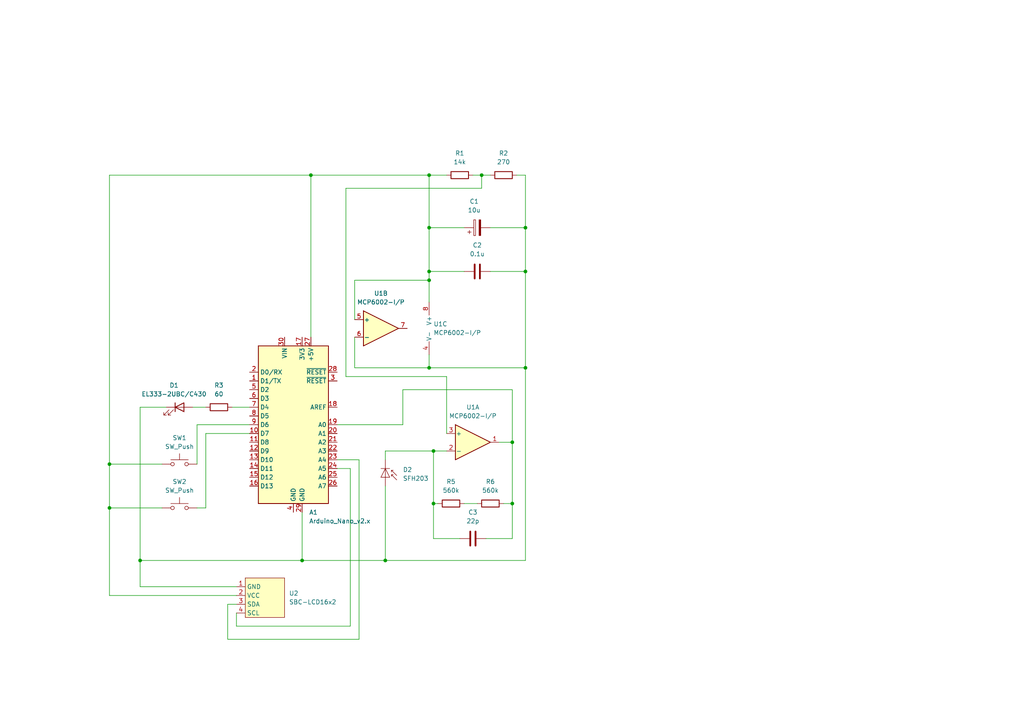
<source format=kicad_sch>
(kicad_sch (version 20230121) (generator eeschema)
  (paper "A4")
  (title_block (title "BCM-3000 Beer Color Meter ") (date "2022-12-24") (rev "1") (company "Thomas Ascher") (comment 1 "https://ohwr.org/cern_ohl_p_v2.txt") (comment 2 "CERN Open Hardware Licence Version 2 - Permissive"))
  (lib_symbols
    (symbol "Amplifier_Operational:MCP6002-xP" (pin_names (offset 0.127))
      (property "Reference" "U" (at 0 5.08 0))
      (property "Value" "MCP6002-xP" (at 0 -5.08 0))
      (symbol "MCP6002-xP_1_1"
        (polyline (pts (xy -5.08 5.08) (xy 5.08 0) (xy -5.08 -5.08) (xy -5.08 5.08)) (stroke (width 0.254)) (fill (type background)))
        (pin output line (at 7.62 0 180) (length 2.54) (name "~") (number "1"))
        (pin input line (at -7.62 -2.54 0) (length 2.54) (name "-") (number "2"))
        (pin input line (at -7.62 2.54 0) (length 2.54) (name "+") (number "3"))
      )
      (symbol "MCP6002-xP_2_1"
        (polyline (pts (xy -5.08 5.08) (xy 5.08 0) (xy -5.08 -5.08) (xy -5.08 5.08)) (stroke (width 0.254)) (fill (type background)))
        (pin input line (at -7.62 2.54 0) (length 2.54) (name "+") (number "5"))
        (pin input line (at -7.62 -2.54 0) (length 2.54) (name "-") (number "6"))
        (pin output line (at 7.62 0 180) (length 2.54) (name "~") (number "7"))
      )
      (symbol "MCP6002-xP_3_1"
        (pin power_in line (at -2.54 -7.62 90) (length 3.81) (name "V-") (number "4"))
        (pin power_in line (at -2.54 7.62 270) (length 3.81) (name "V+") (number "8"))
      )
    )
    (symbol "Device:C" (pin_numbers hide) (pin_names (offset 0.254))
      (property "Reference" "C" (at 0.635 2.54 0))
      (property "Value" "C" (at 0.635 -2.54 0))
      (symbol "C_0_1"
        (polyline (pts (xy -2.032 -0.762) (xy 2.032 -0.762)) (stroke (width 0.508)))
        (polyline (pts (xy -2.032 0.762) (xy 2.032 0.762)) (stroke (width 0.508)))
      )
      (symbol "C_1_1"
        (pin passive line (at 0 3.81 270) (length 2.794) (name "~") (number "1"))
        (pin passive line (at 0 -3.81 90) (length 2.794) (name "~") (number "2"))
      )
    )
    (symbol "Device:C_Polarized" (pin_numbers hide) (pin_names (offset 0.254))
      (property "Reference" "C" (at 0.635 2.54 0))
      (property "Value" "C_Polarized" (at 0.635 -2.54 0))
      (symbol "C_Polarized_0_1"
        (rectangle (start -2.286 0.508) (end 2.286 1.016))
        (polyline (pts (xy -1.778 2.286) (xy -0.762 2.286)))
        (polyline (pts (xy -1.27 2.794) (xy -1.27 1.778)))
        (rectangle (start 2.286 -0.508) (end -2.286 -1.016) (fill (type outline)))
      )
      (symbol "C_Polarized_1_1"
        (pin passive line (at 0 3.81 270) (length 2.794) (name "~") (number "1"))
        (pin passive line (at 0 -3.81 90) (length 2.794) (name "~") (number "2"))
      )
    )
    (symbol "Device:EL333-2UBC{slash}C430" (pin_numbers hide) (pin_names (offset 1.016) hide)
      (property "Reference" "D" (at 0 2.54 0))
      (property "Value" "EL333-2UBC{slash}C430" (at 0 -2.54 0))
      (symbol "EL333-2UBC{slash}C430_0_1"
        (polyline (pts (xy -1.27 -1.27) (xy -1.27 1.27)) (stroke (width 0.254)))
        (polyline (pts (xy -1.27 0) (xy 1.27 0)))
        (polyline (pts (xy 1.27 -1.27) (xy 1.27 1.27) (xy -1.27 0) (xy 1.27 -1.27)) (stroke (width 0.254)))
        (polyline (pts (xy -3.048 -0.762) (xy -4.572 -2.286) (xy -3.81 -2.286) (xy -4.572 -2.286) (xy -4.572 -1.524)))
        (polyline (pts (xy -1.778 -0.762) (xy -3.302 -2.286) (xy -2.54 -2.286) (xy -3.302 -2.286) (xy -3.302 -1.524)))
      )
      (symbol "EL333-2UBC{slash}C430_1_1"
        (pin passive line (at -3.81 0 0) (length 2.54) (name "K") (number "1"))
        (pin passive line (at 3.81 0 180) (length 2.54) (name "A") (number "2"))
      )
    )
    (symbol "Device:R" (pin_numbers hide) (pin_names (offset 0))
      (property "Reference" "R" (at 2.032 0 90))
      (property "Value" "R" (at 0 0 90))
      (symbol "R_0_1"
        (rectangle (start -1.016 -2.54) (end 1.016 2.54) (stroke (width 0.254)))
      )
      (symbol "R_1_1"
        (pin passive line (at 0 3.81 270) (length 1.27) (name "~") (number "1"))
        (pin passive line (at 0 -3.81 90) (length 1.27) (name "~") (number "2"))
      )
    )
    (symbol "MCU_Module:Arduino_Nano_v2.x"
      (property "Reference" "A" (at -10.16 23.495 0))
      (property "Value" "Arduino_Nano_v2.x" (at 5.08 -24.13 0))
      (symbol "Arduino_Nano_v2.x_0_1"
        (rectangle (start -10.16 22.86) (end 10.16 -22.86) (stroke (width 0.254)) (fill (type background)))
      )
      (symbol "Arduino_Nano_v2.x_1_1"
        (pin bidirectional line (at -12.7 12.7 0) (length 2.54) (name "D1/TX") (number "1"))
        (pin bidirectional line (at -12.7 -2.54 0) (length 2.54) (name "D7") (number "10"))
        (pin bidirectional line (at -12.7 -5.08 0) (length 2.54) (name "D8") (number "11"))
        (pin bidirectional line (at -12.7 -7.62 0) (length 2.54) (name "D9") (number "12"))
        (pin bidirectional line (at -12.7 -10.16 0) (length 2.54) (name "D10") (number "13"))
        (pin bidirectional line (at -12.7 -12.7 0) (length 2.54) (name "D11") (number "14"))
        (pin bidirectional line (at -12.7 -15.24 0) (length 2.54) (name "D12") (number "15"))
        (pin bidirectional line (at -12.7 -17.78 0) (length 2.54) (name "D13") (number "16"))
        (pin power_out line (at 2.54 25.4 270) (length 2.54) (name "3V3") (number "17"))
        (pin input line (at 12.7 5.08 180) (length 2.54) (name "AREF") (number "18"))
        (pin bidirectional line (at 12.7 0 180) (length 2.54) (name "A0") (number "19"))
        (pin bidirectional line (at -12.7 15.24 0) (length 2.54) (name "D0/RX") (number "2"))
        (pin bidirectional line (at 12.7 -2.54 180) (length 2.54) (name "A1") (number "20"))
        (pin bidirectional line (at 12.7 -5.08 180) (length 2.54) (name "A2") (number "21"))
        (pin bidirectional line (at 12.7 -7.62 180) (length 2.54) (name "A3") (number "22"))
        (pin bidirectional line (at 12.7 -10.16 180) (length 2.54) (name "A4") (number "23"))
        (pin bidirectional line (at 12.7 -12.7 180) (length 2.54) (name "A5") (number "24"))
        (pin bidirectional line (at 12.7 -15.24 180) (length 2.54) (name "A6") (number "25"))
        (pin bidirectional line (at 12.7 -17.78 180) (length 2.54) (name "A7") (number "26"))
        (pin power_out line (at 5.08 25.4 270) (length 2.54) (name "+5V") (number "27"))
        (pin input line (at 12.7 15.24 180) (length 2.54) (name "~{RESET}") (number "28"))
        (pin power_in line (at 2.54 -25.4 90) (length 2.54) (name "GND") (number "29"))
        (pin input line (at 12.7 12.7 180) (length 2.54) (name "~{RESET}") (number "3"))
        (pin power_in line (at -2.54 25.4 270) (length 2.54) (name "VIN") (number "30"))
        (pin power_in line (at 0 -25.4 90) (length 2.54) (name "GND") (number "4"))
        (pin bidirectional line (at -12.7 10.16 0) (length 2.54) (name "D2") (number "5"))
        (pin bidirectional line (at -12.7 7.62 0) (length 2.54) (name "D3") (number "6"))
        (pin bidirectional line (at -12.7 5.08 0) (length 2.54) (name "D4") (number "7"))
        (pin bidirectional line (at -12.7 2.54 0) (length 2.54) (name "D5") (number "8"))
        (pin bidirectional line (at -12.7 0 0) (length 2.54) (name "D6") (number "9"))
      )
    )
    (symbol "Sensor_Optical:SFH203" (pin_numbers hide) (pin_names hide)
      (property "Reference" "D" (at 0.508 1.778 0))
      (property "Value" "SFH203" (at -1.016 -2.794 0))
      (symbol "SFH203_0_1"
        (polyline (pts (xy -2.54 0) (xy 0 0)))
        (polyline (pts (xy -2.54 1.27) (xy -2.54 -1.27)) (stroke (width 0.1524)))
        (polyline (pts (xy -2.032 1.778) (xy -1.524 1.778)))
        (polyline (pts (xy 0 -1.27) (xy 0 1.27)))
        (polyline (pts (xy -0.508 3.302) (xy -2.032 1.778) (xy -2.032 2.286)))
        (polyline (pts (xy 0 1.27) (xy -2.54 0) (xy 0 -1.27)))
        (polyline (pts (xy 0.762 3.302) (xy -0.762 1.778) (xy -0.762 2.286) (xy -0.762 1.778) (xy -0.254 1.778)))
      )
      (symbol "SFH203_1_1"
        (pin passive line (at -5.08 0 0) (length 2.54) (name "K") (number "1"))
        (pin passive line (at 2.54 0 180) (length 2.54) (name "A") (number "2"))
      )
    )
    (symbol "Switch:SW_Push" (pin_numbers hide) (pin_names (offset 1.016) hide)
      (property "Reference" "SW" (at 1.27 2.54 0))
      (property "Value" "SW_Push" (at 0 -1.524 0))
      (symbol "SW_Push_0_1"
        (circle (center -2.032 0) (radius 0.508))
        (polyline (pts (xy 0 1.27) (xy 0 3.048)))
        (polyline (pts (xy 2.54 1.27) (xy -2.54 1.27)))
        (circle (center 2.032 0) (radius 0.508))
        (pin passive line (at -5.08 0 0) (length 2.54) (name "1") (number "1"))
        (pin passive line (at 5.08 0 180) (length 2.54) (name "2") (number "2"))
      )
    )
    (symbol "bcm3000:SBC-LCD16x2"
      (property "Reference" "U" (at 1.27 -1.27 0))
      (property "Value" "SBC-LCD16x2" (at 7.62 -3.81 0))
      (symbol "SBC-LCD16x2_0_1"
        (rectangle (start 1.27 12.7) (end 12.7 1.27) (fill (type background)))
      )
      (symbol "SBC-LCD16x2_1_1"
        (pin power_out line (at -1.27 10.16 0) (length 2.54) (name "GND") (number "1"))
        (pin power_in line (at -1.27 7.62 0) (length 2.54) (name "VCC") (number "2"))
        (pin bidirectional line (at -1.27 5.08 0) (length 2.54) (name "SDA") (number "3"))
        (pin bidirectional line (at -1.27 2.54 0) (length 2.54) (name "SCL") (number "4"))
      )
    )
  )
  (junction (at 124.46 106.68))
  (junction (at 90.17 50.8))
  (junction (at 124.46 78.74))
  (junction (at 148.59 146.05))
  (junction (at 152.4 78.74))
  (junction (at 111.76 162.56))
  (junction (at 31.75 147.32))
  (junction (at 139.7 50.8))
  (junction (at 124.46 50.8))
  (junction (at 31.75 134.62))
  (junction (at 87.63 162.56))
  (junction (at 40.64 162.56))
  (junction (at 152.4 106.68))
  (junction (at 148.59 128.27))
  (junction (at 124.46 66.04))
  (junction (at 152.4 66.04))
  (junction (at 124.46 81.28))
  (junction (at 125.73 130.81))
  (junction (at 125.73 146.05))
  (wire (pts (xy 146.05 146.05) (xy 148.59 146.05)))
  (wire (pts (xy 87.63 148.59) (xy 87.63 162.56)))
  (wire (pts (xy 152.4 162.56) (xy 111.76 162.56)))
  (wire (pts (xy 152.4 66.04) (xy 152.4 78.74)))
  (wire (pts (xy 124.46 66.04) (xy 124.46 78.74)))
  (wire (pts (xy 116.84 113.03) (xy 116.84 123.19)))
  (wire (pts (xy 148.59 113.03) (xy 116.84 113.03)))
  (wire (pts (xy 125.73 130.81) (xy 125.73 146.05)))
  (wire (pts (xy 97.79 133.35) (xy 104.14 133.35)))
  (wire (pts (xy 149.86 50.8) (xy 152.4 50.8)))
  (wire (pts (xy 148.59 146.05) (xy 148.59 156.21)))
  (wire (pts (xy 101.6 135.89) (xy 97.79 135.89)))
  (wire (pts (xy 66.04 175.26) (xy 66.04 185.42)))
  (wire (pts (xy 111.76 130.81) (xy 125.73 130.81)))
  (wire (pts (xy 139.7 50.8) (xy 139.7 54.61)))
  (wire (pts (xy 101.6 181.61) (xy 101.6 135.89)))
  (wire (pts (xy 31.75 134.62) (xy 31.75 50.8)))
  (wire (pts (xy 90.17 50.8) (xy 124.46 50.8)))
  (wire (pts (xy 142.24 78.74) (xy 152.4 78.74)))
  (wire (pts (xy 40.64 170.18) (xy 40.64 162.56)))
  (wire (pts (xy 55.88 118.11) (xy 59.69 118.11)))
  (wire (pts (xy 111.76 140.97) (xy 111.76 162.56)))
  (wire (pts (xy 66.04 185.42) (xy 104.14 185.42)))
  (wire (pts (xy 59.69 147.32) (xy 57.15 147.32)))
  (wire (pts (xy 57.15 123.19) (xy 57.15 134.62)))
  (wire (pts (xy 140.97 156.21) (xy 148.59 156.21)))
  (wire (pts (xy 31.75 50.8) (xy 90.17 50.8)))
  (wire (pts (xy 144.78 128.27) (xy 148.59 128.27)))
  (wire (pts (xy 68.58 170.18) (xy 40.64 170.18)))
  (wire (pts (xy 134.62 146.05) (xy 138.43 146.05)))
  (wire (pts (xy 152.4 50.8) (xy 152.4 66.04)))
  (wire (pts (xy 68.58 172.72) (xy 31.75 172.72)))
  (wire (pts (xy 124.46 78.74) (xy 134.62 78.74)))
  (wire (pts (xy 124.46 102.87) (xy 124.46 106.68)))
  (wire (pts (xy 124.46 106.68) (xy 152.4 106.68)))
  (wire (pts (xy 142.24 66.04) (xy 152.4 66.04)))
  (wire (pts (xy 48.26 118.11) (xy 40.64 118.11)))
  (wire (pts (xy 116.84 123.19) (xy 97.79 123.19)))
  (wire (pts (xy 100.33 54.61) (xy 139.7 54.61)))
  (wire (pts (xy 129.54 109.22) (xy 100.33 109.22)))
  (wire (pts (xy 102.87 81.28) (xy 124.46 81.28)))
  (wire (pts (xy 72.39 125.73) (xy 59.69 125.73)))
  (wire (pts (xy 137.16 50.8) (xy 139.7 50.8)))
  (wire (pts (xy 139.7 50.8) (xy 142.24 50.8)))
  (wire (pts (xy 40.64 118.11) (xy 40.64 162.56)))
  (wire (pts (xy 68.58 177.8) (xy 68.58 181.61)))
  (wire (pts (xy 124.46 81.28) (xy 124.46 87.63)))
  (wire (pts (xy 104.14 185.42) (xy 104.14 133.35)))
  (wire (pts (xy 124.46 50.8) (xy 129.54 50.8)))
  (wire (pts (xy 40.64 162.56) (xy 87.63 162.56)))
  (wire (pts (xy 46.99 134.62) (xy 31.75 134.62)))
  (wire (pts (xy 148.59 128.27) (xy 148.59 146.05)))
  (wire (pts (xy 124.46 78.74) (xy 124.46 81.28)))
  (wire (pts (xy 100.33 109.22) (xy 100.33 54.61)))
  (wire (pts (xy 129.54 125.73) (xy 129.54 109.22)))
  (wire (pts (xy 148.59 128.27) (xy 148.59 113.03)))
  (wire (pts (xy 90.17 50.8) (xy 90.17 97.79)))
  (wire (pts (xy 111.76 133.35) (xy 111.76 130.81)))
  (wire (pts (xy 46.99 147.32) (xy 31.75 147.32)))
  (wire (pts (xy 152.4 106.68) (xy 152.4 162.56)))
  (wire (pts (xy 68.58 181.61) (xy 101.6 181.61)))
  (wire (pts (xy 102.87 106.68) (xy 124.46 106.68)))
  (wire (pts (xy 125.73 130.81) (xy 129.54 130.81)))
  (wire (pts (xy 102.87 92.71) (xy 102.87 81.28)))
  (wire (pts (xy 31.75 172.72) (xy 31.75 147.32)))
  (wire (pts (xy 31.75 134.62) (xy 31.75 147.32)))
  (wire (pts (xy 124.46 66.04) (xy 134.62 66.04)))
  (wire (pts (xy 67.31 118.11) (xy 72.39 118.11)))
  (wire (pts (xy 102.87 97.79) (xy 102.87 106.68)))
  (wire (pts (xy 152.4 78.74) (xy 152.4 106.68)))
  (wire (pts (xy 59.69 125.73) (xy 59.69 147.32)))
  (wire (pts (xy 125.73 146.05) (xy 127 146.05)))
  (wire (pts (xy 133.35 156.21) (xy 125.73 156.21)))
  (wire (pts (xy 87.63 162.56) (xy 111.76 162.56)))
  (wire (pts (xy 125.73 146.05) (xy 125.73 156.21)))
  (wire (pts (xy 72.39 123.19) (xy 57.15 123.19)))
  (wire (pts (xy 124.46 50.8) (xy 124.46 66.04)))
  (wire (pts (xy 68.58 175.26) (xy 66.04 175.26)))
  (symbol (lib_id "MCU_Module:Arduino_Nano_v2.x") (at 85.09 123.19 0) (unit 1)
    (property "Reference" "A1" (at 89.6494 148.59 0) (effects (justify left)))
    (property "Value" "Arduino_Nano_v2.x" (at 89.6494 151.13 0) (effects (justify left)))
    (property "Footprint" "Module:Arduino_Nano" (effects hide))
    (property "Datasheet" "https://www.arduino.cc/en/uploads/Main/ArduinoNanoManual23.pdf" (effects hide))
  )
  (symbol (lib_id "Device:C_Polarized") (at 138.43 66.04 90) (unit 1)
    (property "Reference" "C1" (at 137.541 58.42 90))
    (property "Value" "10u" (at 137.541 60.96 90))
  )
  (symbol (lib_id "Device:R") (at 130.81 146.05 270) (unit 1)
    (property "Reference" "R5" (at 130.81 139.7 90))
    (property "Value" "560k" (at 130.81 142.24 90))
  )
  (symbol (lib_id "Device:C") (at 138.43 78.74 90) (unit 1)
    (property "Reference" "C2" (at 138.43 71.12 90))
    (property "Value" "0.1u" (at 138.43 73.66 90))
  )
  (symbol (lib_id "Amplifier_Operational:MCP6002-xP") (at 127 95.25 0) (unit 3)
    (property "Reference" "U1" (at 125.73 93.9799 0) (effects (justify left)))
    (property "Value" "MCP6002-I/P" (at 125.73 96.5199 0) (effects (justify left)))
    (property "Datasheet" "http://ww1.microchip.com/downloads/en/DeviceDoc/21733j.pdf" (effects hide))
  )
  (symbol (lib_id "bcm3000:SBC-LCD16x2") (at 69.85 180.34 0) (unit 1)
    (property "Reference" "U2" (at 83.82 172.0849 0) (effects (justify left)))
    (property "Value" "SBC-LCD16x2" (at 83.82 174.6249 0) (effects (justify left)))
    (property "Datasheet" "https://joy-it.net/files/files/Produkte/SBC-LCD16x2/SBC-LCD16x2_Manual_2021-04-07.pdf" (effects hide))
  )
  (symbol (lib_id "Switch:SW_Push") (at 52.07 147.32 0) (unit 1)
    (property "Reference" "SW2" (at 52.07 139.7 0))
    (property "Value" "SW_Push" (at 52.07 142.24 0))
  )
  (symbol (lib_id "Device:R") (at 63.5 118.11 90) (unit 1)
    (property "Reference" "R3" (at 63.5 111.76 90))
    (property "Value" "60" (at 63.5 114.3 90))
  )
  (symbol (lib_id "Amplifier_Operational:MCP6002-xP") (at 110.49 95.25 0) (unit 2)
    (property "Reference" "U1" (at 110.49 85.09 0))
    (property "Value" "MCP6002-I/P" (at 110.49 87.63 0))
    (property "Datasheet" "http://ww1.microchip.com/downloads/en/DeviceDoc/21733j.pdf" (effects hide))
  )
  (symbol (lib_id "Device:R") (at 146.05 50.8 90) (unit 1)
    (property "Reference" "R2" (at 146.05 44.45 90))
    (property "Value" "270" (at 146.05 46.99 90))
  )
  (symbol (lib_id "Device:C") (at 137.16 156.21 90) (unit 1)
    (property "Reference" "C3" (at 137.16 148.59 90))
    (property "Value" "22p" (at 137.16 151.13 90))
  )
  (symbol (lib_id "Device:R") (at 142.24 146.05 270) (unit 1)
    (property "Reference" "R6" (at 142.24 139.7 90))
    (property "Value" "560k" (at 142.24 142.24 90))
  )
  (symbol (lib_id "Device:R") (at 133.35 50.8 90) (unit 1)
    (property "Reference" "R1" (at 133.35 44.45 90))
    (property "Value" "14k" (at 133.35 46.99 90))
  )
  (symbol (lib_id "Sensor_Optical:SFH203") (at 111.76 138.43 270) (unit 1)
    (property "Reference" "D2" (at 116.84 136.2328 90) (effects (justify left)))
    (property "Value" "SFH203" (at 116.84 138.7728 90) (effects (justify left)))
    (property "Footprint" "LED_THT:LED_D5.0mm_IRGrey" (effects hide))
    (property "Datasheet" "http://www.osram-os.com/Graphics/XPic9/00101656_0.pdf/SFH%20203,%20SFH%20203%20FA,%20Lead%20(Pb)%20Free%20Product%20-%20RoHS%20Compliant.pdf" (effects hide))
  )
  (symbol (lib_id "Switch:SW_Push") (at 52.07 134.62 0) (unit 1)
    (property "Reference" "SW1" (at 52.07 127 0))
    (property "Value" "SW_Push" (at 52.07 129.54 0))
  )
  (symbol (lib_id "Device:EL333-2UBC{slash}C430") (at 52.07 118.11 0) (unit 1)
    (property "Reference" "D1" (at 50.4825 111.76 0))
    (property "Value" "EL333-2UBC/C430" (at 50.4825 114.3 0))
  )
  (symbol (lib_id "Amplifier_Operational:MCP6002-xP") (at 137.16 128.27 0) (unit 1)
    (property "Reference" "U1" (at 137.16 118.11 0))
    (property "Value" "MCP6002-I/P" (at 137.16 120.65 0))
    (property "Datasheet" "http://ww1.microchip.com/downloads/en/DeviceDoc/21733j.pdf" (effects hide))
  )
)
</source>
